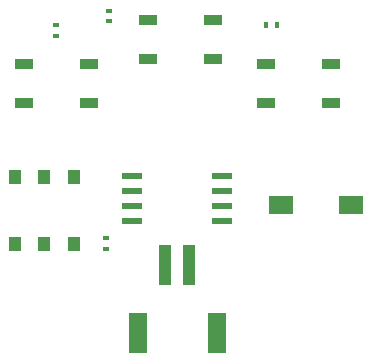
<source format=gbr>
G04 #@! TF.FileFunction,Paste,Top*
%FSLAX46Y46*%
G04 Gerber Fmt 4.6, Leading zero omitted, Abs format (unit mm)*
G04 Created by KiCad (PCBNEW 4.0.6) date 08/10/17 10:11:21*
%MOMM*%
%LPD*%
G01*
G04 APERTURE LIST*
%ADD10C,0.100000*%
%ADD11R,1.800000X0.600000*%
%ADD12R,0.599440X0.398780*%
%ADD13R,0.398780X0.599440*%
%ADD14R,1.500000X0.900000*%
%ADD15R,1.000000X3.500000*%
%ADD16R,1.500000X3.400000*%
%ADD17R,1.000000X1.200000*%
%ADD18R,1.998980X1.600200*%
G04 APERTURE END LIST*
D10*
D11*
X149550000Y-93155000D03*
X149550000Y-91885000D03*
X149550000Y-90615000D03*
X149550000Y-89345000D03*
X141950000Y-89345000D03*
X141950000Y-90615000D03*
X141950000Y-91885000D03*
X141950000Y-93155000D03*
D12*
X140000000Y-76199580D03*
X140000000Y-75300420D03*
X135500000Y-77449580D03*
X135500000Y-76550420D03*
D13*
X153300420Y-76500000D03*
X154199580Y-76500000D03*
D14*
X132750000Y-83150000D03*
X138250000Y-83150000D03*
X138250000Y-79850000D03*
X132750000Y-79850000D03*
X143250000Y-79400000D03*
X148750000Y-79400000D03*
X148750000Y-76100000D03*
X143250000Y-76100000D03*
X153250000Y-83150000D03*
X158750000Y-83150000D03*
X158750000Y-79850000D03*
X153250000Y-79850000D03*
D15*
X144750000Y-96875000D03*
X146750000Y-96875000D03*
D16*
X142400000Y-102625000D03*
X149100000Y-102625000D03*
D17*
X137000000Y-95100000D03*
X134500000Y-95100000D03*
X132000000Y-95100000D03*
X137000000Y-89400000D03*
X134500000Y-89400000D03*
X132000000Y-89400000D03*
D18*
X154500260Y-91750000D03*
X160499740Y-91750000D03*
D12*
X139750000Y-94550420D03*
X139750000Y-95449580D03*
M02*

</source>
